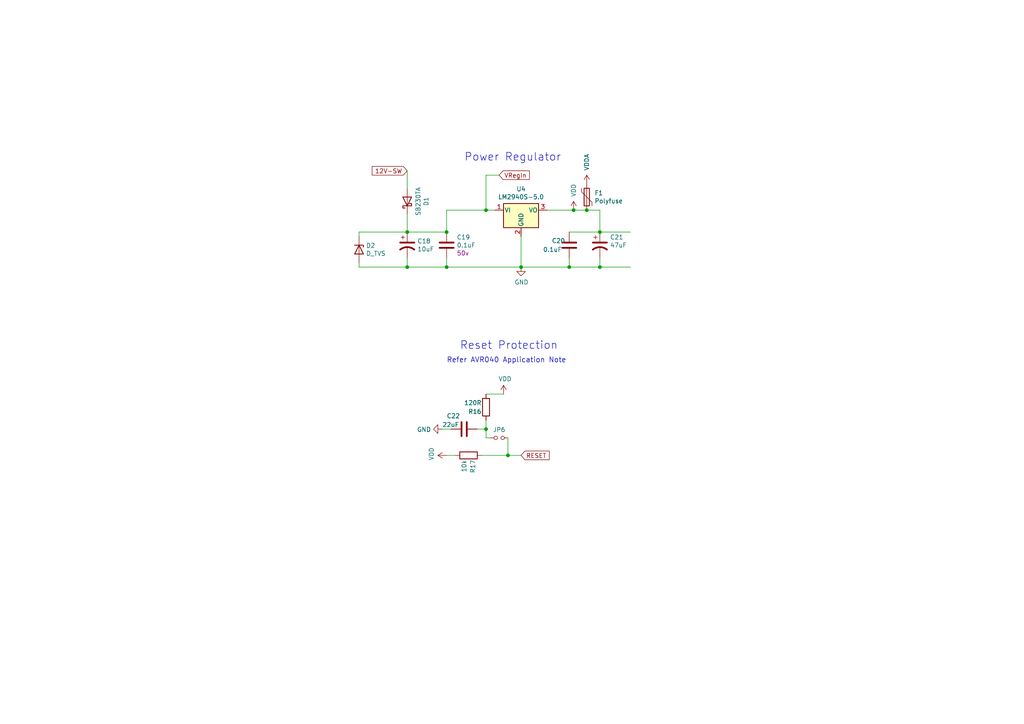
<source format=kicad_sch>
(kicad_sch (version 20211123) (generator eeschema)
  (paper "A4")
  (lib_symbols
    (symbol "Device:C" (pin_numbers hide) (pin_names (offset 0.254))
      (property "Reference" "C" (at 0.635 2.54 0))
      (property "Value" "C" (at 0.635 -2.54 0))
      (symbol "C_0_1"
        (polyline (pts (xy -2.032 -0.762) (xy 2.032 -0.762)) (stroke (width 0.508)))
        (polyline (pts (xy -2.032 0.762) (xy 2.032 0.762)) (stroke (width 0.508)))
      )
      (symbol "C_1_1"
        (pin passive line (at 0 3.81 270) (length 2.794) (name "~") (number "1"))
        (pin passive line (at 0 -3.81 90) (length 2.794) (name "~") (number "2"))
      )
    )
    (symbol "Device:CP1" (pin_numbers hide) (pin_names (offset 0.254) hide)
      (property "Reference" "C" (at 0.635 2.54 0))
      (property "Value" "Device_CP1" (at 0.635 -2.54 0))
      (symbol "CP1_0_1"
        (polyline (pts (xy -2.032 0.762) (xy 2.032 0.762)) (stroke (width 0.508)))
        (polyline (pts (xy -1.778 2.286) (xy -0.762 2.286)))
        (polyline (pts (xy -1.27 1.778) (xy -1.27 2.794)))
        (arc (start 2.032 -1.27) (mid 0 -0.5572) (end -2.032 -1.27) (stroke (width 0.508)))
      )
      (symbol "CP1_1_1"
        (pin passive line (at 0 3.81 270) (length 2.794) (name "~") (number "1"))
        (pin passive line (at 0 -3.81 90) (length 3.302) (name "~") (number "2"))
      )
    )
    (symbol "Device:D_Schottky" (pin_numbers hide) (pin_names (offset 1.016) hide)
      (property "Reference" "D" (at 0 2.54 0))
      (property "Value" "D_Schottky" (at 0 -2.54 0))
      (symbol "D_Schottky_0_1"
        (polyline (pts (xy 1.27 0) (xy -1.27 0)))
        (polyline (pts (xy 1.27 1.27) (xy 1.27 -1.27) (xy -1.27 0) (xy 1.27 1.27)) (stroke (width 0.254)))
        (polyline (pts (xy -1.905 0.635) (xy -1.905 1.27) (xy -1.27 1.27) (xy -1.27 -1.27) (xy -0.635 -1.27) (xy -0.635 -0.635)) (stroke (width 0.254)))
      )
      (symbol "D_Schottky_1_1"
        (pin passive line (at -3.81 0 0) (length 2.54) (name "K") (number "1"))
        (pin passive line (at 3.81 0 180) (length 2.54) (name "A") (number "2"))
      )
    )
    (symbol "Device:D_Zener" (pin_numbers hide) (pin_names (offset 1.016) hide)
      (property "Reference" "D" (at 0 2.54 0))
      (property "Value" "D_Zener" (at 0 -2.54 0))
      (symbol "D_Zener_0_1"
        (polyline (pts (xy 1.27 0) (xy -1.27 0)))
        (polyline (pts (xy -1.27 -1.27) (xy -1.27 1.27) (xy -0.762 1.27)) (stroke (width 0.254)))
        (polyline (pts (xy 1.27 -1.27) (xy 1.27 1.27) (xy -1.27 0) (xy 1.27 -1.27)) (stroke (width 0.254)))
      )
      (symbol "D_Zener_1_1"
        (pin passive line (at -3.81 0 0) (length 2.54) (name "K") (number "1"))
        (pin passive line (at 3.81 0 180) (length 2.54) (name "A") (number "2"))
      )
    )
    (symbol "Device:Jumper_NO_Small" (pin_numbers hide) (pin_names (offset 0.762) hide)
      (property "Reference" "JP" (at 0 2.032 0))
      (property "Value" "Device_Jumper_NO_Small" (at 0.254 -1.524 0))
      (symbol "Jumper_NO_Small_0_1"
        (circle (center -1.016 0) (radius 0.508))
        (circle (center 1.016 0) (radius 0.508))
        (pin passive line (at -2.54 0 0) (length 1.016) (name "1") (number "1"))
        (pin passive line (at 2.54 0 180) (length 1.016) (name "2") (number "2"))
      )
    )
    (symbol "Device:Polyfuse" (pin_numbers hide) (pin_names (offset 0))
      (property "Reference" "F" (at -2.54 0 90))
      (property "Value" "Polyfuse" (at 2.54 0 90))
      (symbol "Polyfuse_0_1"
        (rectangle (start -0.762 2.54) (end 0.762 -2.54) (stroke (width 0.254)))
        (polyline (pts (xy 0 2.54) (xy 0 -2.54)))
        (polyline (pts (xy -1.524 2.54) (xy -1.524 1.524) (xy 1.524 -1.524) (xy 1.524 -2.54)))
      )
      (symbol "Polyfuse_1_1"
        (pin passive line (at 0 3.81 270) (length 1.27) (name "~") (number "1"))
        (pin passive line (at 0 -3.81 90) (length 1.27) (name "~") (number "2"))
      )
    )
    (symbol "Device:R" (pin_numbers hide) (pin_names (offset 0))
      (property "Reference" "R" (at 2.032 0 90))
      (property "Value" "R" (at 0 0 90))
      (symbol "R_0_1"
        (rectangle (start -1.016 -2.54) (end 1.016 2.54) (stroke (width 0.254)))
      )
      (symbol "R_1_1"
        (pin passive line (at 0 3.81 270) (length 1.27) (name "~") (number "1"))
        (pin passive line (at 0 -3.81 90) (length 1.27) (name "~") (number "2"))
      )
    )
    (symbol "Regulator_Linear:LM2937xS" (pin_names (offset 0.254))
      (property "Reference" "U" (at -3.81 3.175 0))
      (property "Value" "LM2937xS" (at 0 3.175 0))
      (symbol "LM2937xS_0_1"
        (rectangle (start -5.08 -5.08) (end 5.08 1.905) (stroke (width 0.254)) (fill (type background)))
      )
      (symbol "LM2937xS_1_1"
        (pin power_in line (at -7.62 0 0) (length 2.54) (name "VI") (number "1"))
        (pin power_in line (at 0 -7.62 90) (length 2.54) (name "GND") (number "2"))
        (pin power_out line (at 7.62 0 180) (length 2.54) (name "VO") (number "3"))
      )
    )
    (symbol "power:GND" (power) (pin_names (offset 0))
      (property "Value" "GND" (at 0 -3.81 0))
      (symbol "GND_0_1"
        (polyline (pts (xy 0 0) (xy 0 -1.27) (xy 1.27 -1.27) (xy 0 -2.54) (xy -1.27 -1.27) (xy 0 -1.27)))
      )
      (symbol "GND_1_1"
        (pin power_in line (at 0 0 270) (length 0) hide (name "GND") (number "1"))
      )
    )
    (symbol "power:VDD" (power) (pin_names (offset 0))
      (property "Value" "VDD" (at 0 3.81 0))
      (symbol "VDD_0_1"
        (polyline (pts (xy -0.762 1.27) (xy 0 2.54)))
        (polyline (pts (xy 0 0) (xy 0 2.54)))
        (polyline (pts (xy 0 2.54) (xy 0.762 1.27)))
      )
      (symbol "VDD_1_1"
        (pin power_in line (at 0 0 90) (length 0) hide (name "VDD") (number "1"))
      )
    )
    (symbol "power:VDDA" (power) (pin_names (offset 0))
      (property "Value" "VDDA" (at 0 3.81 0))
      (symbol "VDDA_0_1"
        (polyline (pts (xy -0.762 1.27) (xy 0 2.54)))
        (polyline (pts (xy 0 0) (xy 0 2.54)))
        (polyline (pts (xy 0 2.54) (xy 0.762 1.27)))
      )
      (symbol "VDDA_1_1"
        (pin power_in line (at 0 0 90) (length 0) hide (name "VDDA") (number "1"))
      )
    )
  )
  (junction (at 170.18 60.96))
  (junction (at 140.97 124.46))
  (junction (at 151.13 77.47))
  (junction (at 118.11 67.31))
  (junction (at 129.54 77.47))
  (junction (at 129.54 67.31))
  (junction (at 165.1 77.47))
  (junction (at 140.97 60.96))
  (junction (at 173.99 77.47))
  (junction (at 173.99 67.31))
  (junction (at 147.32 132.08))
  (junction (at 166.37 60.96))
  (junction (at 118.11 77.47))
  (wire (pts (xy 129.54 60.96) (xy 140.97 60.96)))
  (wire (pts (xy 182.88 77.47) (xy 173.99 77.47)))
  (wire (pts (xy 182.88 67.31) (xy 173.99 67.31)))
  (wire (pts (xy 104.14 77.47) (xy 118.11 77.47)))
  (wire (pts (xy 165.1 74.93) (xy 165.1 77.47)))
  (wire (pts (xy 118.11 74.93) (xy 118.11 77.47)))
  (wire (pts (xy 147.32 127) (xy 147.32 132.08)))
  (wire (pts (xy 140.97 124.46) (xy 140.97 121.92)))
  (wire (pts (xy 173.99 74.93) (xy 173.99 77.47)))
  (wire (pts (xy 166.37 60.96) (xy 170.18 60.96)))
  (wire (pts (xy 165.1 67.31) (xy 173.99 67.31)))
  (wire (pts (xy 118.11 49.53) (xy 118.11 54.61)))
  (wire (pts (xy 104.14 67.31) (xy 118.11 67.31)))
  (wire (pts (xy 104.14 67.31) (xy 104.14 68.58)))
  (wire (pts (xy 165.1 77.47) (xy 151.13 77.47)))
  (wire (pts (xy 158.75 60.96) (xy 166.37 60.96)))
  (wire (pts (xy 140.97 50.8) (xy 140.97 60.96)))
  (wire (pts (xy 144.78 50.8) (xy 140.97 50.8)))
  (wire (pts (xy 129.54 132.08) (xy 132.08 132.08)))
  (wire (pts (xy 128.27 124.46) (xy 130.81 124.46)))
  (wire (pts (xy 139.7 132.08) (xy 147.32 132.08)))
  (wire (pts (xy 147.32 132.08) (xy 151.13 132.08)))
  (wire (pts (xy 173.99 77.47) (xy 165.1 77.47)))
  (wire (pts (xy 118.11 67.31) (xy 129.54 67.31)))
  (wire (pts (xy 104.14 77.47) (xy 104.14 76.2)))
  (wire (pts (xy 140.97 127) (xy 140.97 124.46)))
  (wire (pts (xy 151.13 68.58) (xy 151.13 77.47)))
  (wire (pts (xy 173.99 60.96) (xy 173.99 67.31)))
  (wire (pts (xy 129.54 77.47) (xy 151.13 77.47)))
  (wire (pts (xy 140.97 114.3) (xy 146.05 114.3)))
  (wire (pts (xy 170.18 60.96) (xy 173.99 60.96)))
  (wire (pts (xy 143.51 60.96) (xy 140.97 60.96)))
  (wire (pts (xy 138.43 124.46) (xy 140.97 124.46)))
  (wire (pts (xy 118.11 62.23) (xy 118.11 67.31)))
  (wire (pts (xy 140.97 127) (xy 142.24 127)))
  (wire (pts (xy 129.54 74.93) (xy 129.54 77.47)))
  (wire (pts (xy 129.54 67.31) (xy 129.54 60.96)))
  (wire (pts (xy 118.11 77.47) (xy 129.54 77.47)))
  (text "Refer AVR040 Application Note" (at 129.54 105.41 0) (effects (font (size 1.4732 1.4732)) (justify left bottom)))
  (text "Power Regulator" (at 134.62 46.99 0) (effects (font (size 2.2606 2.2606)) (justify left bottom)))
  (text "Reset Protection" (at 133.35 101.6 0) (effects (font (size 2.2606 2.2606)) (justify left bottom)))
  (global_label "12V-SW" (shape input) (at 118.11 49.53 180) (property "Intersheet References" "${INTERSHEET_REFS}" (effects hide)))
  (global_label "RESET" (shape input) (at 151.13 132.08 0) (property "Intersheet References" "${INTERSHEET_REFS}" (effects hide)))
  (global_label "VRegIn" (shape input) (at 144.78 50.8 0) (property "Intersheet References" "${INTERSHEET_REFS}" (effects hide)))
  (symbol (lib_id "Device:CP1") (at 118.11 71.12 0) (unit 1)
    (property "Reference" "C18" (at 121.031 69.9516 0) (effects (justify left)))
    (property "Value" "10uF" (at 121.031 72.263 0) (effects (justify left)))
    (property "Footprint" "Capacitor_THT:CP_Radial_D5.0mm_P2.00mm" (effects hide))
    (property "Voltage" "50v" (effects hide))
    (property "Digikey Part Number" "P10316-ND" (effects hide))
    (property "Manufacturer_Name" "Panasonic" (effects hide))
    (property "Manufacturer_Part_Number" "EEU-FC1H100L" (effects hide))
    (property "URL" "https://www.digikey.com.au/product-detail/en/panasonic-electronic-components/EEU-FC1H100L/P10316-ND/266325" (effects hide))
  )
  (symbol (lib_id "Regulator_Linear:LM2937xS") (at 151.13 60.96 0) (unit 1)
    (property "Reference" "U4" (at 151.13 54.8132 0))
    (property "Value" "LM2940S-5.0" (at 151.13 57.1246 0))
    (property "Footprint" "Package_TO_SOT_THT:TO-220-3_Vertical" (effects hide))
    (property "Digikey Part Number" "NCV7805BTGOS-ND" (effects hide))
    (property "Manufacturer_Name" "ON Semi" (effects hide))
    (property "Manufacturer_Part_Number" "NCV7805BTG" (effects hide))
    (property "URL" "https://www.digikey.com.au/product-detail/en/on-semiconductor/NCV7805BTG/NCV7805BTGOS-ND/921437" (effects hide))
  )
  (symbol (lib_id "power:GND") (at 128.27 124.46 270) (unit 1)
    (property "Reference" "#PWR031" (effects hide))
    (property "Value" "GND" (at 125.0188 124.587 90) (effects (justify right)))
  )
  (symbol (lib_id "Device:D_Zener") (at 104.14 72.39 270) (unit 1)
    (property "Reference" "D2" (at 106.1466 71.2216 90) (effects (justify left)))
    (property "Value" "D_TVS" (at 106.1466 73.533 90) (effects (justify left)))
    (property "Footprint" "Diode_THT:D_DO-15_P12.70mm_Horizontal" (effects hide))
    (property "Digikey Part Number" "F6853CT-ND" (effects hide))
    (property "Manufacturer_Name" "Littelfuse" (effects hide))
    (property "Manufacturer_Part_Number" "TP6KE47A" (effects hide))
  )
  (symbol (lib_id "power:VDD") (at 129.54 132.08 90) (unit 1)
    (property "Reference" "#PWR032" (effects hide))
    (property "Value" "VDD" (at 125.1458 131.6482 0))
  )
  (symbol (lib_id "Device:C") (at 129.54 71.12 0) (unit 1)
    (property "Reference" "C19" (at 132.461 68.8086 0) (effects (justify left)))
    (property "Value" "0.1uF" (at 132.461 71.12 0) (effects (justify left)))
    (property "Footprint" "Capacitor_THT:C_Disc_D5.0mm_W2.5mm_P2.50mm" (effects hide))
    (property "Voltage" "50v" (at 132.461 73.4314 0) (effects (justify left)))
    (property "Digikey Part Number" "445-180563-1-ND" (effects hide))
    (property "Manufacturer_Name" "TDK" (effects hide))
    (property "Manufacturer_Part_Number" "FA18X8R1E104KNU06" (effects hide))
    (property "URL" "https://www.digikey.com.au/product-detail/en/tdk-corporation/FA18X8R1E104KNU06/445-180563-1-ND/9560689" (effects hide))
  )
  (symbol (lib_id "Device:Jumper_NO_Small") (at 144.78 127 0) (unit 1)
    (property "Reference" "JP6" (at 144.78 124.6378 0))
    (property "Value" "Jumper_NO_Small" (effects hide))
    (property "Footprint" "Connector_PinHeader_2.54mm:PinHeader_1x02_P2.54mm_Vertical" (effects hide))
  )
  (symbol (lib_id "power:VDDA") (at 170.18 53.34 0) (unit 1)
    (property "Reference" "#PWR027" (effects hide))
    (property "Value" "VDDA" (at 170.18 49.53 90) (effects (justify left)))
  )
  (symbol (lib_id "power:VDD") (at 166.37 60.96 0) (unit 1)
    (property "Reference" "#PWR028" (effects hide))
    (property "Value" "VDD" (at 166.37 57.15 90) (effects (justify left)))
  )
  (symbol (lib_id "Device:R") (at 135.89 132.08 270) (unit 1)
    (property "Reference" "R17" (at 137.16 133.35 0) (effects (justify left)))
    (property "Value" "10k" (at 134.62 133.35 0) (effects (justify left)))
    (property "Footprint" "Resistor_THT:R_Axial_DIN0204_L3.6mm_D1.6mm_P5.08mm_Horizontal" (effects hide))
    (property "Digikey Part Number" "BC10.0KXCT-ND" (effects hide))
    (property "Manufacturer_Name" "Vishay" (effects hide))
    (property "Manufacturer_Part_Number" "MBA02040C1002FRP00" (effects hide))
    (property "URL" "https://www.digikey.com.au/product-detail/en/vishay-beyschlag-draloric-bc-components/MBA02040C1002FRP00/BC10-0KXCT-ND/336866" (effects hide))
  )
  (symbol (lib_id "Device:R") (at 140.97 118.11 180) (unit 1)
    (property "Reference" "R16" (at 139.7 119.38 0) (effects (justify left)))
    (property "Value" "120R" (at 139.7 116.84 0) (effects (justify left)))
    (property "Footprint" "Resistor_THT:R_Axial_DIN0204_L3.6mm_D1.6mm_P5.08mm_Horizontal" (effects hide))
    (property "Digikey Part Number" "BC3453CT-ND" (effects hide))
    (property "Manufacturer_Name" "Vishay" (effects hide))
    (property "Manufacturer_Part_Number" "MBA02040C1200FC100" (effects hide))
  )
  (symbol (lib_id "Device:C") (at 134.62 124.46 270) (unit 1)
    (property "Reference" "C22" (at 129.54 120.65 90) (effects (justify left)))
    (property "Value" "22uF" (at 128.27 123.19 90) (effects (justify left)))
    (property "Footprint" "Capacitor_THT:C_Disc_D7.5mm_W5.0mm_P5.00mm" (effects hide))
    (property "Digikey Part Number" "445-180603-1-ND" (effects hide))
    (property "Manufacturer_Name" "TDK" (effects hide))
    (property "Manufacturer_Part_Number" "FA22X7R1E226MRU06" (effects hide))
  )
  (symbol (lib_id "Device:CP1") (at 173.99 71.12 0) (unit 1)
    (property "Reference" "C21" (at 176.911 68.8086 0) (effects (justify left)))
    (property "Value" "47uF" (at 176.911 71.12 0) (effects (justify left)))
    (property "Footprint" "Capacitor_THT:CP_Radial_D8.0mm_P5.00mm" (effects hide))
    (property "Digikey Part Number" "P19658CT-ND" (effects hide))
    (property "Manufacturer_Name" "Panasonic" (effects hide))
    (property "Manufacturer_Part_Number" "EEU-FC1H470B" (effects hide))
  )
  (symbol (lib_id "power:VDD") (at 146.05 114.3 0) (unit 1)
    (property "Reference" "#PWR030" (effects hide))
    (property "Value" "VDD" (at 146.4818 109.9058 0))
  )
  (symbol (lib_id "Device:D_Schottky") (at 118.11 58.42 90) (unit 1)
    (property "Reference" "D1" (at 123.5964 58.42 0))
    (property "Value" "SB230TA" (at 121.285 58.42 0))
    (property "Footprint" "Diode_THT:D_DO-41_SOD81_P7.62mm_Horizontal" (effects hide))
    (property "Datasheet" "https://www.mouser.com/datasheet/2/115/ds13002-60388.pdf" (effects hide))
    (property "Digikey Part Number" "1655-1518-1-ND" (effects hide))
    (property "Manufacturer_Name" "SMC" (effects hide))
    (property "Manufacturer_Part_Number" "SB230TA" (effects hide))
    (property "URL" "https://www.digikey.com.au/product-detail/en/smc-diode-solutions/SB230TA/1655-1518-1-ND/6022963" (effects hide))
  )
  (symbol (lib_id "Device:Polyfuse") (at 170.18 57.15 0) (unit 1)
    (property "Reference" "F1" (at 172.4152 55.9816 0) (effects (justify left)))
    (property "Value" "Polyfuse" (at 172.4152 58.293 0) (effects (justify left)))
    (property "Footprint" "Fuse:Fuse_BelFuse_0ZRE0055FF_L14.0mm_W4.1mm" (effects hide))
    (property "Digikey Part Number" "507-2403-ND" (effects hide))
    (property "Manufacturer_Name" "Bel Fuse" (effects hide))
    (property "Manufacturer_Part_Number" "0ZRP0050FF1E" (effects hide))
    (property "URL" "https://www.digikey.com.au/product-detail/en/bel-fuse-inc/0ZRP0050FF1E/507-2403-ND/9468252" (effects hide))
  )
  (symbol (lib_id "power:GND") (at 151.13 77.47 0) (unit 1)
    (property "Reference" "#PWR029" (effects hide))
    (property "Value" "GND" (at 151.257 81.8642 0))
  )
  (symbol (lib_id "Device:C") (at 165.1 71.12 0) (unit 1)
    (property "Reference" "C20" (at 160.02 69.85 0) (effects (justify left)))
    (property "Value" "0.1uF" (at 157.48 72.39 0) (effects (justify left)))
    (property "Footprint" "Capacitor_THT:C_Disc_D5.0mm_W2.5mm_P2.50mm" (effects hide))
    (property "Digikey Part Number" "445-180563-1-ND" (effects hide))
    (property "Manufacturer_Name" "TDK" (effects hide))
    (property "Manufacturer_Part_Number" "FA18X8R1E104KNU06" (effects hide))
    (property "URL" "https://www.digikey.com.au/product-detail/en/tdk-corporation/FA18X8R1E104KNU06/445-180563-1-ND/9560689" (effects hide))
  )
)
</source>
